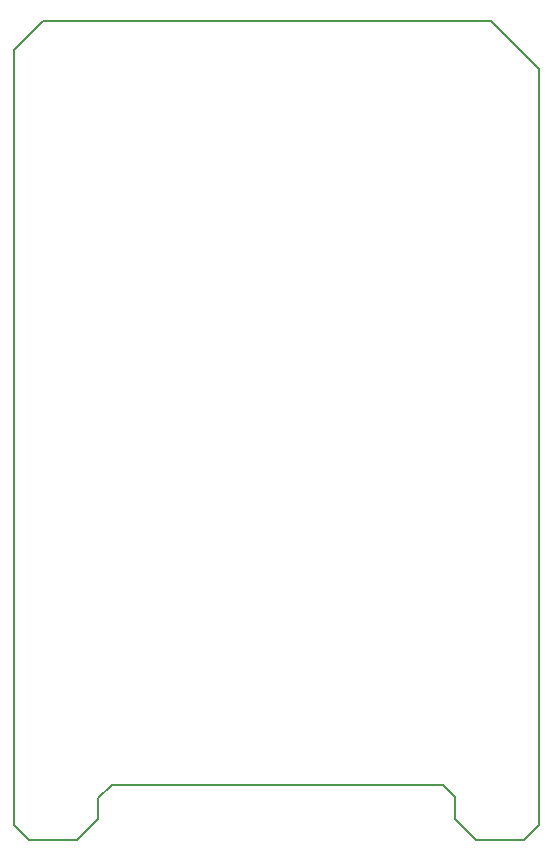
<source format=gko>
G04 Layer_Color=16711935*
%FSAX24Y24*%
%MOIN*%
G70*
G01*
G75*
%ADD56C,0.0079*%
D56*
X066900Y013800D02*
X068500D01*
X069000Y014300D01*
Y016400D01*
X066200Y014500D02*
X066900Y013800D01*
X066200Y014500D02*
Y015250D01*
X052000Y013800D02*
X053600D01*
X054300Y014500D01*
Y015200D01*
X051500Y014300D02*
Y039600D01*
Y014300D02*
X052000Y013800D01*
X065800Y015650D02*
X066200Y015250D01*
X054750Y015650D02*
X065800D01*
X054300Y015200D02*
X054750Y015650D01*
X069000Y016400D02*
Y039500D01*
X067400Y041100D02*
X069000Y039500D01*
X052450Y041100D02*
X067400D01*
X051500Y040150D02*
X052450Y041100D01*
X051500Y039600D02*
Y040150D01*
M02*

</source>
